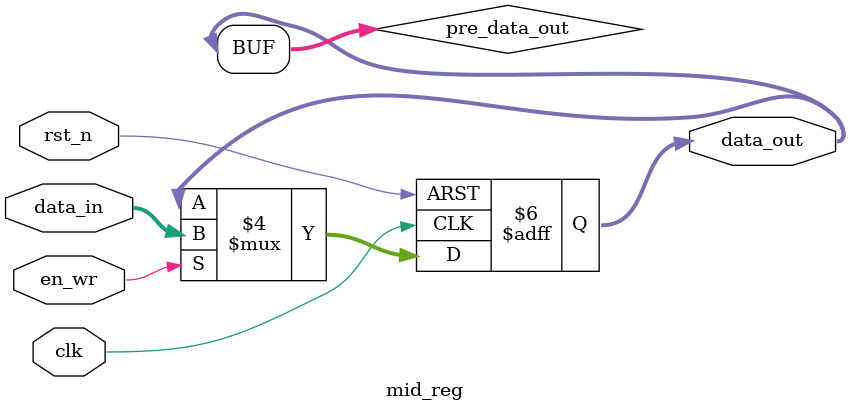
<source format=v>

module output_mem_control (  clk, rst_n
                          , ena_out_input_mac
                          , ena_hidden_write_mem
                          , en_wr
                          , out_weight_case
                          , input_mid_reg 
                          , output_mem_weight 
                          , output_mid_reg
                         );

//Parameter 
parameter DATA_WIDTH = 32;

//Input
input clk;
input rst_n;
input ena_out_input_mac;
input ena_hidden_write_mem;
input [59:0]en_wr; //TODO
input [4:0] out_weight_case;
input [DATA_WIDTH-1:0] input_mid_reg; 

//Output
output [DATA_WIDTH-1:0] output_mid_reg;
reg    [DATA_WIDTH-1:0] output_mid_reg;
output [DATA_WIDTH-1:0] output_mem_weight; 
wire   [DATA_WIDTH-1:0] output_mem_weight; 

//Interal signal
reg   [5:0] rd_counter;
wire  [10:0] weight_addr;
wire [DATA_WIDTH-1:0] weight_data_01; 
wire [DATA_WIDTH-1:0] weight_data_02; 

wire [DATA_WIDTH-1:0] pre_output_mid_reg_1 ; 
wire [DATA_WIDTH-1:0] pre_output_mid_reg_2 ; 
wire [DATA_WIDTH-1:0] pre_output_mid_reg_3 ; 
wire [DATA_WIDTH-1:0] pre_output_mid_reg_4 ; 
wire [DATA_WIDTH-1:0] pre_output_mid_reg_5 ; 
wire [DATA_WIDTH-1:0] pre_output_mid_reg_6 ; 
wire [DATA_WIDTH-1:0] pre_output_mid_reg_7 ; 
wire [DATA_WIDTH-1:0] pre_output_mid_reg_8 ; 
wire [DATA_WIDTH-1:0] pre_output_mid_reg_9 ; 
wire [DATA_WIDTH-1:0] pre_output_mid_reg_10 ; 
wire [DATA_WIDTH-1:0] pre_output_mid_reg_11 ; 
wire [DATA_WIDTH-1:0] pre_output_mid_reg_12 ; 
wire [DATA_WIDTH-1:0] pre_output_mid_reg_13 ; 
wire [DATA_WIDTH-1:0] pre_output_mid_reg_14 ; 
wire [DATA_WIDTH-1:0] pre_output_mid_reg_15 ; 
wire [DATA_WIDTH-1:0] pre_output_mid_reg_16 ; 
wire [DATA_WIDTH-1:0] pre_output_mid_reg_17 ; 
wire [DATA_WIDTH-1:0] pre_output_mid_reg_18 ; 
wire [DATA_WIDTH-1:0] pre_output_mid_reg_19 ; 
wire [DATA_WIDTH-1:0] pre_output_mid_reg_20 ; 
wire [DATA_WIDTH-1:0] pre_output_mid_reg_21 ; 
wire [DATA_WIDTH-1:0] pre_output_mid_reg_22 ; 
wire [DATA_WIDTH-1:0] pre_output_mid_reg_23 ; 
wire [DATA_WIDTH-1:0] pre_output_mid_reg_24 ; 
wire [DATA_WIDTH-1:0] pre_output_mid_reg_25 ; 
wire [DATA_WIDTH-1:0] pre_output_mid_reg_26 ; 
wire [DATA_WIDTH-1:0] pre_output_mid_reg_27 ; 
wire [DATA_WIDTH-1:0] pre_output_mid_reg_28 ; 
wire [DATA_WIDTH-1:0] pre_output_mid_reg_29 ; 
wire [DATA_WIDTH-1:0] pre_output_mid_reg_30 ; 
wire [DATA_WIDTH-1:0] pre_output_mid_reg_31 ; 
wire [DATA_WIDTH-1:0] pre_output_mid_reg_32 ; 
wire [DATA_WIDTH-1:0] pre_output_mid_reg_33 ; 
wire [DATA_WIDTH-1:0] pre_output_mid_reg_34 ; 
wire [DATA_WIDTH-1:0] pre_output_mid_reg_35 ; 
wire [DATA_WIDTH-1:0] pre_output_mid_reg_36 ; 
wire [DATA_WIDTH-1:0] pre_output_mid_reg_37 ; 
wire [DATA_WIDTH-1:0] pre_output_mid_reg_38 ; 
wire [DATA_WIDTH-1:0] pre_output_mid_reg_39 ; 
wire [DATA_WIDTH-1:0] pre_output_mid_reg_40 ; 
wire [DATA_WIDTH-1:0] pre_output_mid_reg_41 ; 
wire [DATA_WIDTH-1:0] pre_output_mid_reg_42 ; 
wire [DATA_WIDTH-1:0] pre_output_mid_reg_43 ; 
wire [DATA_WIDTH-1:0] pre_output_mid_reg_44 ; 
wire [DATA_WIDTH-1:0] pre_output_mid_reg_45 ; 
wire [DATA_WIDTH-1:0] pre_output_mid_reg_46 ; 
wire [DATA_WIDTH-1:0] pre_output_mid_reg_47 ; 
wire [DATA_WIDTH-1:0] pre_output_mid_reg_48 ; 
wire [DATA_WIDTH-1:0] pre_output_mid_reg_49 ; 
wire [DATA_WIDTH-1:0] pre_output_mid_reg_50 ; 
wire [DATA_WIDTH-1:0] pre_output_mid_reg_51 ; 
wire [DATA_WIDTH-1:0] pre_output_mid_reg_52 ; 
wire [DATA_WIDTH-1:0] pre_output_mid_reg_53 ; 
wire [DATA_WIDTH-1:0] pre_output_mid_reg_54 ; 
wire [DATA_WIDTH-1:0] pre_output_mid_reg_55 ; 
wire [DATA_WIDTH-1:0] pre_output_mid_reg_56 ; 
wire [DATA_WIDTH-1:0] pre_output_mid_reg_57 ; 
wire [DATA_WIDTH-1:0] pre_output_mid_reg_58 ; 
wire [DATA_WIDTH-1:0] pre_output_mid_reg_59 ; 
wire [DATA_WIDTH-1:0] pre_output_mid_reg_60 ; 

mid_reg mid_reg_1  (.clk(clk), .rst_n(rst_n), .en_wr(en_wr[0]),  .data_in(input_mid_reg), .data_out(pre_output_mid_reg_1 )); 
mid_reg mid_reg_2  (.clk(clk), .rst_n(rst_n), .en_wr(en_wr[1]),  .data_in(input_mid_reg), .data_out(pre_output_mid_reg_2 )); 
mid_reg mid_reg_3  (.clk(clk), .rst_n(rst_n), .en_wr(en_wr[2]),  .data_in(input_mid_reg), .data_out(pre_output_mid_reg_3 )); 
mid_reg mid_reg_4  (.clk(clk), .rst_n(rst_n), .en_wr(en_wr[3]),  .data_in(input_mid_reg), .data_out(pre_output_mid_reg_4 )); 
mid_reg mid_reg_5  (.clk(clk), .rst_n(rst_n), .en_wr(en_wr[4]),  .data_in(input_mid_reg), .data_out(pre_output_mid_reg_5 )); 
mid_reg mid_reg_6  (.clk(clk), .rst_n(rst_n), .en_wr(en_wr[5]),  .data_in(input_mid_reg), .data_out(pre_output_mid_reg_6 )); 
mid_reg mid_reg_7  (.clk(clk), .rst_n(rst_n), .en_wr(en_wr[6]),  .data_in(input_mid_reg), .data_out(pre_output_mid_reg_7 )); 
mid_reg mid_reg_8  (.clk(clk), .rst_n(rst_n), .en_wr(en_wr[7]),  .data_in(input_mid_reg), .data_out(pre_output_mid_reg_8 )); 
mid_reg mid_reg_9  (.clk(clk), .rst_n(rst_n), .en_wr(en_wr[8]),  .data_in(input_mid_reg), .data_out(pre_output_mid_reg_9 )); 
mid_reg mid_reg_10  (.clk(clk), .rst_n(rst_n), .en_wr(en_wr[9]),  .data_in(input_mid_reg), .data_out(pre_output_mid_reg_10 )); 
mid_reg mid_reg_11  (.clk(clk), .rst_n(rst_n), .en_wr(en_wr[10]),  .data_in(input_mid_reg), .data_out(pre_output_mid_reg_11 )); 
mid_reg mid_reg_12  (.clk(clk), .rst_n(rst_n), .en_wr(en_wr[11]),  .data_in(input_mid_reg), .data_out(pre_output_mid_reg_12 )); 
mid_reg mid_reg_13  (.clk(clk), .rst_n(rst_n), .en_wr(en_wr[12]),  .data_in(input_mid_reg), .data_out(pre_output_mid_reg_13 )); 
mid_reg mid_reg_14  (.clk(clk), .rst_n(rst_n), .en_wr(en_wr[13]),  .data_in(input_mid_reg), .data_out(pre_output_mid_reg_14 )); 
mid_reg mid_reg_15  (.clk(clk), .rst_n(rst_n), .en_wr(en_wr[14]),  .data_in(input_mid_reg), .data_out(pre_output_mid_reg_15 )); 
mid_reg mid_reg_16  (.clk(clk), .rst_n(rst_n), .en_wr(en_wr[15]),  .data_in(input_mid_reg), .data_out(pre_output_mid_reg_16 )); 
mid_reg mid_reg_17  (.clk(clk), .rst_n(rst_n), .en_wr(en_wr[16]),  .data_in(input_mid_reg), .data_out(pre_output_mid_reg_17 )); 
mid_reg mid_reg_18  (.clk(clk), .rst_n(rst_n), .en_wr(en_wr[17]),  .data_in(input_mid_reg), .data_out(pre_output_mid_reg_18 )); 
mid_reg mid_reg_19  (.clk(clk), .rst_n(rst_n), .en_wr(en_wr[18]),  .data_in(input_mid_reg), .data_out(pre_output_mid_reg_19 )); 
mid_reg mid_reg_20  (.clk(clk), .rst_n(rst_n), .en_wr(en_wr[19]),  .data_in(input_mid_reg), .data_out(pre_output_mid_reg_20 )); 
mid_reg mid_reg_21  (.clk(clk), .rst_n(rst_n), .en_wr(en_wr[20]),  .data_in(input_mid_reg), .data_out(pre_output_mid_reg_21 )); 
mid_reg mid_reg_22  (.clk(clk), .rst_n(rst_n), .en_wr(en_wr[21]),  .data_in(input_mid_reg), .data_out(pre_output_mid_reg_22 )); 
mid_reg mid_reg_23  (.clk(clk), .rst_n(rst_n), .en_wr(en_wr[22]),  .data_in(input_mid_reg), .data_out(pre_output_mid_reg_23 )); 
mid_reg mid_reg_24  (.clk(clk), .rst_n(rst_n), .en_wr(en_wr[23]),  .data_in(input_mid_reg), .data_out(pre_output_mid_reg_24 )); 
mid_reg mid_reg_25  (.clk(clk), .rst_n(rst_n), .en_wr(en_wr[24]),  .data_in(input_mid_reg), .data_out(pre_output_mid_reg_25 )); 
mid_reg mid_reg_26  (.clk(clk), .rst_n(rst_n), .en_wr(en_wr[25]),  .data_in(input_mid_reg), .data_out(pre_output_mid_reg_26 )); 
mid_reg mid_reg_27  (.clk(clk), .rst_n(rst_n), .en_wr(en_wr[26]),  .data_in(input_mid_reg), .data_out(pre_output_mid_reg_27 )); 
mid_reg mid_reg_28  (.clk(clk), .rst_n(rst_n), .en_wr(en_wr[27]),  .data_in(input_mid_reg), .data_out(pre_output_mid_reg_28 )); 
mid_reg mid_reg_29  (.clk(clk), .rst_n(rst_n), .en_wr(en_wr[28]),  .data_in(input_mid_reg), .data_out(pre_output_mid_reg_29 )); 
mid_reg mid_reg_30  (.clk(clk), .rst_n(rst_n), .en_wr(en_wr[29]),  .data_in(input_mid_reg), .data_out(pre_output_mid_reg_30 )); 
mid_reg mid_reg_31  (.clk(clk), .rst_n(rst_n), .en_wr(en_wr[30]),  .data_in(input_mid_reg), .data_out(pre_output_mid_reg_31 )); 
mid_reg mid_reg_32  (.clk(clk), .rst_n(rst_n), .en_wr(en_wr[31]),  .data_in(input_mid_reg), .data_out(pre_output_mid_reg_32 )); 
mid_reg mid_reg_33  (.clk(clk), .rst_n(rst_n), .en_wr(en_wr[32]),  .data_in(input_mid_reg), .data_out(pre_output_mid_reg_33 )); 
mid_reg mid_reg_34  (.clk(clk), .rst_n(rst_n), .en_wr(en_wr[33]),  .data_in(input_mid_reg), .data_out(pre_output_mid_reg_34 )); 
mid_reg mid_reg_35  (.clk(clk), .rst_n(rst_n), .en_wr(en_wr[34]),  .data_in(input_mid_reg), .data_out(pre_output_mid_reg_35 )); 
mid_reg mid_reg_36  (.clk(clk), .rst_n(rst_n), .en_wr(en_wr[35]),  .data_in(input_mid_reg), .data_out(pre_output_mid_reg_36 )); 
mid_reg mid_reg_37  (.clk(clk), .rst_n(rst_n), .en_wr(en_wr[36]),  .data_in(input_mid_reg), .data_out(pre_output_mid_reg_37 )); 
mid_reg mid_reg_38  (.clk(clk), .rst_n(rst_n), .en_wr(en_wr[37]),  .data_in(input_mid_reg), .data_out(pre_output_mid_reg_38 )); 
mid_reg mid_reg_39  (.clk(clk), .rst_n(rst_n), .en_wr(en_wr[38]),  .data_in(input_mid_reg), .data_out(pre_output_mid_reg_39 )); 
mid_reg mid_reg_40  (.clk(clk), .rst_n(rst_n), .en_wr(en_wr[39]),  .data_in(input_mid_reg), .data_out(pre_output_mid_reg_40 )); 
mid_reg mid_reg_41  (.clk(clk), .rst_n(rst_n), .en_wr(en_wr[40]),  .data_in(input_mid_reg), .data_out(pre_output_mid_reg_41 )); 
mid_reg mid_reg_42  (.clk(clk), .rst_n(rst_n), .en_wr(en_wr[41]),  .data_in(input_mid_reg), .data_out(pre_output_mid_reg_42 )); 
mid_reg mid_reg_43  (.clk(clk), .rst_n(rst_n), .en_wr(en_wr[42]),  .data_in(input_mid_reg), .data_out(pre_output_mid_reg_43 )); 
mid_reg mid_reg_44  (.clk(clk), .rst_n(rst_n), .en_wr(en_wr[43]),  .data_in(input_mid_reg), .data_out(pre_output_mid_reg_44 )); 
mid_reg mid_reg_45  (.clk(clk), .rst_n(rst_n), .en_wr(en_wr[44]),  .data_in(input_mid_reg), .data_out(pre_output_mid_reg_45 )); 
mid_reg mid_reg_46  (.clk(clk), .rst_n(rst_n), .en_wr(en_wr[45]),  .data_in(input_mid_reg), .data_out(pre_output_mid_reg_46 )); 
mid_reg mid_reg_47  (.clk(clk), .rst_n(rst_n), .en_wr(en_wr[46]),  .data_in(input_mid_reg), .data_out(pre_output_mid_reg_47 )); 
mid_reg mid_reg_48  (.clk(clk), .rst_n(rst_n), .en_wr(en_wr[47]),  .data_in(input_mid_reg), .data_out(pre_output_mid_reg_48 )); 
mid_reg mid_reg_49  (.clk(clk), .rst_n(rst_n), .en_wr(en_wr[48]),  .data_in(input_mid_reg), .data_out(pre_output_mid_reg_49 )); 
mid_reg mid_reg_50  (.clk(clk), .rst_n(rst_n), .en_wr(en_wr[49]),  .data_in(input_mid_reg), .data_out(pre_output_mid_reg_50 )); 
mid_reg mid_reg_51  (.clk(clk), .rst_n(rst_n), .en_wr(en_wr[50]),  .data_in(input_mid_reg), .data_out(pre_output_mid_reg_51 )); 
mid_reg mid_reg_52  (.clk(clk), .rst_n(rst_n), .en_wr(en_wr[51]),  .data_in(input_mid_reg), .data_out(pre_output_mid_reg_52 )); 
mid_reg mid_reg_53  (.clk(clk), .rst_n(rst_n), .en_wr(en_wr[52]),  .data_in(input_mid_reg), .data_out(pre_output_mid_reg_53 )); 
mid_reg mid_reg_54  (.clk(clk), .rst_n(rst_n), .en_wr(en_wr[53]),  .data_in(input_mid_reg), .data_out(pre_output_mid_reg_54 )); 
mid_reg mid_reg_55  (.clk(clk), .rst_n(rst_n), .en_wr(en_wr[54]),  .data_in(input_mid_reg), .data_out(pre_output_mid_reg_55 )); 
mid_reg mid_reg_56  (.clk(clk), .rst_n(rst_n), .en_wr(en_wr[55]),  .data_in(input_mid_reg), .data_out(pre_output_mid_reg_56 )); 
mid_reg mid_reg_57  (.clk(clk), .rst_n(rst_n), .en_wr(en_wr[56]),  .data_in(input_mid_reg), .data_out(pre_output_mid_reg_57 )); 
mid_reg mid_reg_58  (.clk(clk), .rst_n(rst_n), .en_wr(en_wr[57]),  .data_in(input_mid_reg), .data_out(pre_output_mid_reg_58 )); 
mid_reg mid_reg_59  (.clk(clk), .rst_n(rst_n), .en_wr(en_wr[58]),  .data_in(input_mid_reg), .data_out(pre_output_mid_reg_59 )); 
mid_reg mid_reg_60  (.clk(clk), .rst_n(rst_n), .en_wr(en_wr[59]),  .data_in(input_mid_reg), .data_out(pre_output_mid_reg_60 )); 
//==============================================//
//Reading the mem processing
always@(posedge clk or negedge rst_n) begin
    if(!rst_n)begin
        rd_counter <= 0;
    end
    else if(ena_out_input_mac) begin
        rd_counter <= rd_counter + 1;
    end
    else begin
        rd_counter <= 0;
    end
end

assign weight_addr = {out_weight_case, rd_counter}; 

mem_rom_weight_out_01 mem_rom_weight_out_x01 (.clock(clk), .address(weight_addr[9:0]), .q(weight_data_01)); 
mem_rom_weight_out_02 mem_rom_weight_out_x02 (.clock(clk), .address(weight_addr[9:0]), .q(weight_data_02)); 

always@(posedge clk or negedge rst_n) begin
    if(!rst_n) begin
        output_mid_reg <= 0;
    end
    else begin
        case(rd_counter)
            0 : output_mid_reg <= pre_output_mid_reg_1; 
            1 : output_mid_reg <= pre_output_mid_reg_2; 
            2 : output_mid_reg <= pre_output_mid_reg_3; 
            3 : output_mid_reg <= pre_output_mid_reg_4; 
            4 : output_mid_reg <= pre_output_mid_reg_5; 
            5 : output_mid_reg <= pre_output_mid_reg_6; 
            6 : output_mid_reg <= pre_output_mid_reg_7; 
            7 : output_mid_reg <= pre_output_mid_reg_8; 
            8 : output_mid_reg <= pre_output_mid_reg_9; 
            9 : output_mid_reg <= pre_output_mid_reg_10; 
            10 : output_mid_reg <= pre_output_mid_reg_11; 
            11 : output_mid_reg <= pre_output_mid_reg_12; 
            12 : output_mid_reg <= pre_output_mid_reg_13; 
            13 : output_mid_reg <= pre_output_mid_reg_14; 
            14 : output_mid_reg <= pre_output_mid_reg_15; 
            15 : output_mid_reg <= pre_output_mid_reg_16; 
            16 : output_mid_reg <= pre_output_mid_reg_17; 
            17 : output_mid_reg <= pre_output_mid_reg_18; 
            18 : output_mid_reg <= pre_output_mid_reg_19; 
            19 : output_mid_reg <= pre_output_mid_reg_20; 
            20 : output_mid_reg <= pre_output_mid_reg_21; 
            21 : output_mid_reg <= pre_output_mid_reg_22; 
            22 : output_mid_reg <= pre_output_mid_reg_23; 
            23 : output_mid_reg <= pre_output_mid_reg_24; 
            24 : output_mid_reg <= pre_output_mid_reg_25; 
            25 : output_mid_reg <= pre_output_mid_reg_26; 
            26 : output_mid_reg <= pre_output_mid_reg_27; 
            27 : output_mid_reg <= pre_output_mid_reg_28; 
            28 : output_mid_reg <= pre_output_mid_reg_29; 
            29 : output_mid_reg <= pre_output_mid_reg_30; 
            30 : output_mid_reg <= pre_output_mid_reg_31; 
            31 : output_mid_reg <= pre_output_mid_reg_32; 
            32 : output_mid_reg <= pre_output_mid_reg_33; 
            33 : output_mid_reg <= pre_output_mid_reg_34; 
            34 : output_mid_reg <= pre_output_mid_reg_35; 
            35 : output_mid_reg <= pre_output_mid_reg_36; 
            36 : output_mid_reg <= pre_output_mid_reg_37; 
            37 : output_mid_reg <= pre_output_mid_reg_38; 
            38 : output_mid_reg <= pre_output_mid_reg_39; 
            39 : output_mid_reg <= pre_output_mid_reg_40; 
            40 : output_mid_reg <= pre_output_mid_reg_41; 
            41 : output_mid_reg <= pre_output_mid_reg_42; 
            42 : output_mid_reg <= pre_output_mid_reg_43; 
            43 : output_mid_reg <= pre_output_mid_reg_44; 
            44 : output_mid_reg <= pre_output_mid_reg_45; 
            45 : output_mid_reg <= pre_output_mid_reg_46; 
            46 : output_mid_reg <= pre_output_mid_reg_47; 
            47 : output_mid_reg <= pre_output_mid_reg_48; 
            48 : output_mid_reg <= pre_output_mid_reg_49; 
            49 : output_mid_reg <= pre_output_mid_reg_50; 
            50 : output_mid_reg <= pre_output_mid_reg_51; 
            51 : output_mid_reg <= pre_output_mid_reg_52; 
            52 : output_mid_reg <= pre_output_mid_reg_53; 
            53 : output_mid_reg <= pre_output_mid_reg_54; 
            54 : output_mid_reg <= pre_output_mid_reg_55; 
            55 : output_mid_reg <= pre_output_mid_reg_56; 
            56 : output_mid_reg <= pre_output_mid_reg_57; 
            57 : output_mid_reg <= pre_output_mid_reg_58; 
            58 : output_mid_reg <= pre_output_mid_reg_59; 
            default: output_mid_reg <= pre_output_mid_reg_60; 
        endcase
    end
end
assign output_mem_weight = (weight_addr[10])?weight_data_02:weight_data_01; 

endmodule

module mid_reg (clk, rst_n, en_wr, data_in, data_out);
parameter DATA_WIDTH = 32;
input clk;
input rst_n;
input en_wr;
input [DATA_WIDTH-1:0]data_in;

output [DATA_WIDTH-1:0]data_out;
reg    [DATA_WIDTH-1:0]data_out;
wire   [DATA_WIDTH-1:0]pre_data_out;

always@(posedge clk or negedge rst_n) begin
    if(!rst_n) begin
        data_out <= 0;
    end
    else if(en_wr)begin
        data_out <= data_in;
    end
    else begin
        data_out <= pre_data_out;
    end
end
assign pre_data_out = data_out;

endmodule

</source>
